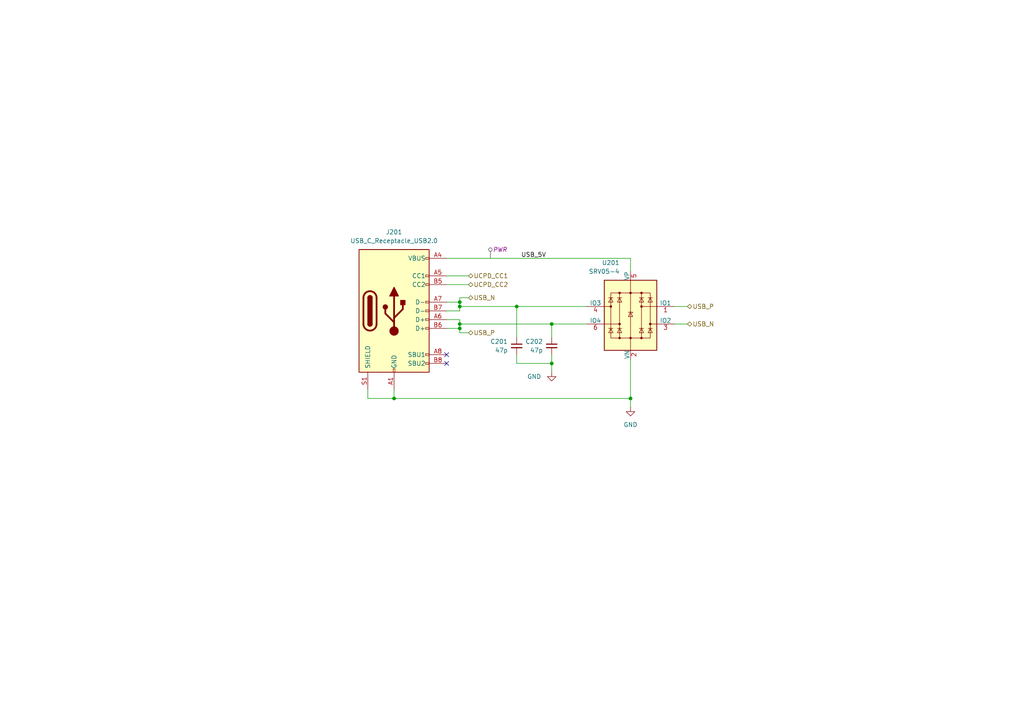
<source format=kicad_sch>
(kicad_sch (version 20250114) (generator "eeschema") (generator_version "9.0")
  (paper "A4")
  (title_block (title "USB & ESD") (date "2023-10-11") (rev "0.1") (company "matei repair lab"))
  (lib_symbols
    (symbol "Connector:USB_C_Receptacle_USB2.0" (pin_names (offset 1.016))
      (property "Reference" "J" (at -10.16 19.05 0))
      (property "Value" "USB_C_Receptacle_USB2.0" (at 19.05 19.05 0))
      (symbol "USB_C_Receptacle_USB2.0_0_0"
        (rectangle (start -0.254 -17.78) (end 0.254 -16.764))
        (rectangle (start 10.16 15.494) (end 9.144 14.986))
        (rectangle (start 10.16 10.414) (end 9.144 9.906))
        (rectangle (start 10.16 7.874) (end 9.144 7.366))
        (rectangle (start 10.16 2.794) (end 9.144 2.286))
        (rectangle (start 10.16 0.254) (end 9.144 -0.254))
        (rectangle (start 10.16 -2.286) (end 9.144 -2.794))
        (rectangle (start 10.16 -4.826) (end 9.144 -5.334))
        (rectangle (start 10.16 -12.446) (end 9.144 -12.954))
        (rectangle (start 10.16 -14.986) (end 9.144 -15.494))
      )
      (symbol "USB_C_Receptacle_USB2.0_0_1"
        (rectangle (start -10.16 17.78) (end 10.16 -17.78) (stroke (width 0.254)) (fill (type background)))
        (polyline (pts (xy -8.89 -3.81) (xy -8.89 3.81)) (stroke (width 0.508)))
        (rectangle (start -7.62 -3.81) (end -6.35 3.81) (stroke (width 0.254)) (fill (type outline)))
        (arc (start -7.62 3.81) (mid -6.985 4.4423) (end -6.35 3.81) (stroke (width 0.254)))
        (arc (start -7.62 3.81) (mid -6.985 4.4423) (end -6.35 3.81) (stroke (width 0.254)) (fill (type outline)))
        (arc (start -8.89 3.81) (mid -6.985 5.7067) (end -5.08 3.81) (stroke (width 0.508)))
        (arc (start -5.08 -3.81) (mid -6.985 -5.7067) (end -8.89 -3.81) (stroke (width 0.508)))
        (arc (start -6.35 -3.81) (mid -6.985 -4.4423) (end -7.62 -3.81) (stroke (width 0.254)))
        (arc (start -6.35 -3.81) (mid -6.985 -4.4423) (end -7.62 -3.81) (stroke (width 0.254)) (fill (type outline)))
        (polyline (pts (xy -5.08 3.81) (xy -5.08 -3.81)) (stroke (width 0.508)))
        (circle (center -2.54 1.143) (radius 0.635) (stroke (width 0.254)) (fill (type outline)))
        (polyline (pts (xy -1.27 4.318) (xy 0 6.858) (xy 1.27 4.318) (xy -1.27 4.318)) (stroke (width 0.254)) (fill (type outline)))
        (polyline (pts (xy 0 -2.032) (xy 2.54 0.508) (xy 2.54 1.778)) (stroke (width 0.508)))
        (polyline (pts (xy 0 -3.302) (xy -2.54 -0.762) (xy -2.54 0.508)) (stroke (width 0.508)))
        (polyline (pts (xy 0 -5.842) (xy 0 4.318)) (stroke (width 0.508)))
        (circle (center 0 -5.842) (radius 1.27) (fill (type outline)))
        (rectangle (start 1.905 1.778) (end 3.175 3.048) (stroke (width 0.254)) (fill (type outline)))
      )
      (symbol "USB_C_Receptacle_USB2.0_1_1"
        (pin passive line (at -7.62 -22.86 90) (length 5.08) (name "SHIELD") (number "S1"))
        (pin passive line (at 0 -22.86 90) (length 5.08) (name "GND") (number "A1"))
        (pin passive line (at 0 -22.86 90) (length 5.08) (hide yes) (name "GND") (number "A12"))
        (pin passive line (at 0 -22.86 90) (length 5.08) (hide yes) (name "GND") (number "B1"))
        (pin passive line (at 0 -22.86 90) (length 5.08) (hide yes) (name "GND") (number "B12"))
        (pin passive line (at 15.24 15.24 180) (length 5.08) (name "VBUS") (number "A4"))
        (pin passive line (at 15.24 15.24 180) (length 5.08) (hide yes) (name "VBUS") (number "A9"))
        (pin passive line (at 15.24 15.24 180) (length 5.08) (hide yes) (name "VBUS") (number "B4"))
        (pin passive line (at 15.24 15.24 180) (length 5.08) (hide yes) (name "VBUS") (number "B9"))
        (pin bidirectional line (at 15.24 10.16 180) (length 5.08) (name "CC1") (number "A5"))
        (pin bidirectional line (at 15.24 7.62 180) (length 5.08) (name "CC2") (number "B5"))
        (pin bidirectional line (at 15.24 2.54 180) (length 5.08) (name "D-") (number "A7"))
        (pin bidirectional line (at 15.24 0 180) (length 5.08) (name "D-") (number "B7"))
        (pin bidirectional line (at 15.24 -2.54 180) (length 5.08) (name "D+") (number "A6"))
        (pin bidirectional line (at 15.24 -5.08 180) (length 5.08) (name "D+") (number "B6"))
        (pin bidirectional line (at 15.24 -12.7 180) (length 5.08) (name "SBU1") (number "A8"))
        (pin bidirectional line (at 15.24 -15.24 180) (length 5.08) (name "SBU2") (number "B8"))
      )
    )
    (symbol "Device:C_Small" (pin_numbers (hide yes)) (pin_names (offset 0.254) (hide yes))
      (property "Reference" "C" (at 0.254 1.778 0))
      (property "Value" "C_Small" (at 0.254 -2.032 0))
      (symbol "C_Small_0_1"
        (polyline (pts (xy -1.524 0.508) (xy 1.524 0.508)) (stroke (width 0.3048)))
        (polyline (pts (xy -1.524 -0.508) (xy 1.524 -0.508)) (stroke (width 0.3302)))
      )
      (symbol "C_Small_1_1"
        (pin passive line (at 0 2.54 270) (length 2.032) (name "~") (number "1"))
        (pin passive line (at 0 -2.54 90) (length 2.032) (name "~") (number "2"))
      )
    )
    (symbol "Power_Protection:SRV05-4" (pin_names (offset 0))
      (property "Reference" "U" (at -5.08 11.43 0))
      (property "Value" "SRV05-4" (at 2.54 11.43 0))
      (symbol "SRV05-4_0_0"
        (rectangle (start -5.715 6.477) (end 5.715 -6.604))
        (polyline (pts (xy -3.175 -6.604) (xy -3.175 6.477)))
        (polyline (pts (xy 3.175 6.477) (xy 3.175 -6.604)))
      )
      (symbol "SRV05-4_0_1"
        (polyline (pts (xy -7.747 2.54) (xy -3.175 2.54)))
        (rectangle (start -7.62 10.16) (end 7.62 -10.16) (stroke (width 0.254)) (fill (type background)))
        (polyline (pts (xy -7.62 -2.54) (xy -5.715 -2.54)))
        (circle (center -5.715 -2.54) (radius 0.2794) (fill (type outline)))
        (polyline (pts (xy -5.08 5.08) (xy -6.35 5.08)))
        (polyline (pts (xy -5.08 3.81) (xy -6.35 3.81) (xy -5.715 5.08) (xy -5.08 3.81)))
        (polyline (pts (xy -5.08 -3.81) (xy -6.35 -3.81)))
        (polyline (pts (xy -5.08 -5.08) (xy -6.35 -5.08) (xy -5.715 -3.81) (xy -5.08 -5.08)))
        (circle (center -3.175 6.477) (radius 0.2794) (fill (type outline)))
        (circle (center -3.175 2.54) (radius 0.2794) (fill (type outline)))
        (circle (center -3.175 -6.604) (radius 0.2794) (fill (type outline)))
        (polyline (pts (xy -2.54 5.08) (xy -3.81 5.08)))
        (polyline (pts (xy -2.54 3.81) (xy -3.81 3.81) (xy -3.175 5.08) (xy -2.54 3.81)))
        (polyline (pts (xy -2.54 -3.81) (xy -3.81 -3.81)))
        (polyline (pts (xy -2.54 -5.08) (xy -3.81 -5.08) (xy -3.175 -3.81) (xy -2.54 -5.08)))
        (polyline (pts (xy 0 10.16) (xy 0 -10.16)))
        (circle (center 0 6.477) (radius 0.2794) (fill (type outline)))
        (circle (center 0 -6.604) (radius 0.2794) (fill (type outline)))
        (polyline (pts (xy 0.635 0.889) (xy -0.635 0.889) (xy -0.635 0.635)))
        (polyline (pts (xy 0.635 -0.381) (xy -0.635 -0.381) (xy 0 0.889) (xy 0.635 -0.381)))
        (circle (center 3.175 6.477) (radius 0.2794) (fill (type outline)))
        (circle (center 3.175 -2.54) (radius 0.2794) (fill (type outline)))
        (circle (center 3.175 -6.604) (radius 0.2794) (fill (type outline)))
        (polyline (pts (xy 3.81 5.08) (xy 2.54 5.08)))
        (polyline (pts (xy 3.81 3.81) (xy 2.54 3.81) (xy 3.175 5.08) (xy 3.81 3.81)))
        (polyline (pts (xy 3.81 -3.81) (xy 2.54 -3.81)))
        (polyline (pts (xy 3.81 -5.08) (xy 2.54 -5.08) (xy 3.175 -3.81) (xy 3.81 -5.08)))
        (circle (center 5.715 2.54) (radius 0.2794) (fill (type outline)))
        (polyline (pts (xy 6.35 5.08) (xy 5.08 5.08)))
        (polyline (pts (xy 6.35 3.81) (xy 5.08 3.81) (xy 5.715 5.08) (xy 6.35 3.81)))
        (polyline (pts (xy 6.35 -3.81) (xy 5.08 -3.81)))
        (polyline (pts (xy 6.35 -5.08) (xy 5.08 -5.08) (xy 5.715 -3.81) (xy 6.35 -5.08)))
        (polyline (pts (xy 7.62 2.54) (xy 5.715 2.54)))
        (polyline (pts (xy 7.62 -2.54) (xy 3.175 -2.54)))
      )
      (symbol "SRV05-4_1_1"
        (pin passive line (at -12.7 2.54 0) (length 5.08) (name "IO1") (number "1"))
        (pin passive line (at -12.7 -2.54 0) (length 5.08) (name "IO2") (number "3"))
        (pin passive line (at 0 12.7 270) (length 2.54) (name "VP") (number "5"))
        (pin passive line (at 0 -12.7 90) (length 2.54) (name "VN") (number "2"))
        (pin passive line (at 12.7 2.54 180) (length 5.08) (name "IO3") (number "4"))
        (pin passive line (at 12.7 -2.54 180) (length 5.08) (name "IO4") (number "6"))
      )
    )
    (symbol "power:GND" (power) (pin_names (offset 0))
      (property "Value" "GND" (at 0 -3.81 0))
      (symbol "GND_0_1"
        (polyline (pts (xy 0 0) (xy 0 -1.27) (xy 1.27 -1.27) (xy 0 -2.54) (xy -1.27 -1.27) (xy 0 -1.27)))
      )
      (symbol "GND_1_1"
        (pin power_in line (at 0 0 270) (length 0) (hide yes) (name "GND") (number "1"))
      )
    )
  )
  (junction (at 133.35 88.9))
  (junction (at 182.88 115.57))
  (junction (at 133.35 87.63))
  (junction (at 133.35 95.25))
  (junction (at 160.02 93.98))
  (junction (at 160.02 105.41))
  (junction (at 149.86 88.9))
  (junction (at 114.3 115.57))
  (junction (at 133.35 93.98))
  (no_connect (at 129.54 105.41))
  (no_connect (at 129.54 102.87))
  (wire (pts (xy 182.88 74.93) (xy 182.88 78.74)))
  (wire (pts (xy 182.88 115.57) (xy 182.88 104.14)))
  (wire (pts (xy 129.54 87.63) (xy 133.35 87.63)))
  (wire (pts (xy 133.35 92.71) (xy 133.35 93.98)))
  (wire (pts (xy 106.68 115.57) (xy 114.3 115.57)))
  (wire (pts (xy 149.86 88.9) (xy 170.18 88.9)))
  (wire (pts (xy 135.89 96.52) (xy 133.35 96.52)))
  (wire (pts (xy 149.86 105.41) (xy 160.02 105.41)))
  (wire (pts (xy 129.54 74.93) (xy 182.88 74.93)))
  (wire (pts (xy 149.86 88.9) (xy 149.86 97.79)))
  (wire (pts (xy 133.35 93.98) (xy 133.35 95.25)))
  (wire (pts (xy 182.88 115.57) (xy 182.88 118.11)))
  (wire (pts (xy 149.86 102.87) (xy 149.86 105.41)))
  (wire (pts (xy 129.54 80.01) (xy 135.89 80.01)))
  (wire (pts (xy 160.02 102.87) (xy 160.02 105.41)))
  (wire (pts (xy 133.35 86.36) (xy 133.35 87.63)))
  (wire (pts (xy 106.68 113.03) (xy 106.68 115.57)))
  (wire (pts (xy 114.3 113.03) (xy 114.3 115.57)))
  (wire (pts (xy 160.02 105.41) (xy 160.02 107.95)))
  (wire (pts (xy 160.02 93.98) (xy 170.18 93.98)))
  (wire (pts (xy 160.02 93.98) (xy 160.02 97.79)))
  (wire (pts (xy 133.35 90.17) (xy 129.54 90.17)))
  (wire (pts (xy 195.58 93.98) (xy 199.39 93.98)))
  (wire (pts (xy 133.35 93.98) (xy 160.02 93.98)))
  (wire (pts (xy 129.54 92.71) (xy 133.35 92.71)))
  (wire (pts (xy 133.35 96.52) (xy 133.35 95.25)))
  (wire (pts (xy 129.54 82.55) (xy 135.89 82.55)))
  (wire (pts (xy 133.35 95.25) (xy 129.54 95.25)))
  (wire (pts (xy 135.89 86.36) (xy 133.35 86.36)))
  (wire (pts (xy 195.58 88.9) (xy 199.39 88.9)))
  (wire (pts (xy 114.3 115.57) (xy 182.88 115.57)))
  (wire (pts (xy 133.35 87.63) (xy 133.35 88.9)))
  (wire (pts (xy 133.35 88.9) (xy 133.35 90.17)))
  (wire (pts (xy 133.35 88.9) (xy 149.86 88.9)))
  (label "USB_5V" (at 151.13 74.93 0))
  (hierarchical_label "USB_P" (shape bidirectional) (at 199.39 88.9 0))
  (hierarchical_label "USB_N" (shape bidirectional) (at 135.89 86.36 0))
  (hierarchical_label "UCPD_CC2" (shape bidirectional) (at 135.89 82.55 0))
  (hierarchical_label "USB_P" (shape bidirectional) (at 135.89 96.52 0))
  (hierarchical_label "USB_N" (shape bidirectional) (at 199.39 93.98 0))
  (hierarchical_label "UCPD_CC1" (shape bidirectional) (at 135.89 80.01 0))
  (netclass_flag "" (length 2.54) (shape round) (at 142.24 74.93 0) (property "Netclass" "PWR" (at 142.9385 72.39 0) (effects (font (italic yes)) (justify left))))
  (symbol (lib_id "Power_Protection:SRV05-4") (at 182.88 91.44 0) (mirror y) (unit 1)
    (property "Reference" "U201" (at 179.7303 76.2 0) (effects (justify left)))
    (property "Value" "SRV05-4" (at 179.7303 78.74 0) (effects (justify left)))
    (property "Footprint" "Package_TO_SOT_SMD:SOT-23-6" (effects (hide yes)))
    (property "Datasheet" "http://www.onsemi.com/pub/Collateral/SRV05-4-D.PDF" (effects (hide yes)))
    (property "LCSC ID" "C7420376" (effects (hide yes)))
    (instances (project "lemon-pepper" (path "" (reference "U201") (unit 1))) (project "stm32g431-mt6701-stspin233" (path "" (reference "U601") (unit 1))))
  )
  (symbol (lib_id "Connector:USB_C_Receptacle_USB2.0") (at 114.3 90.17 0) (unit 1)
    (property "Reference" "J201" (at 114.3 67.31 0))
    (property "Value" "USB_C_Receptacle_USB2.0" (at 114.3 69.85 0))
    (property "Footprint" "mechanical:usb_c" (effects (hide yes)))
    (property "Datasheet" "https://www.usb.org/sites/default/files/documents/usb_type-c.zip" (effects (hide yes)))
    (property "LCSC ID" "C963223" (effects (hide yes)))
    (instances (project "lemon-pepper" (path "" (reference "J201") (unit 1))) (project "stm32g431-mt6701-stspin233" (path "" (reference "J601") (unit 1))))
  )
  (symbol (lib_id "Device:C_Small") (at 160.02 100.33 0) (unit 1)
    (property "Reference" "C202" (at 157.48 99.0663 0) (effects (justify right)))
    (property "Value" "47p" (at 157.48 101.6063 0) (effects (justify right)))
    (property "Footprint" "Capacitor_SMD:C_0402_1005Metric" (effects (hide yes)))
    (property "LCSC ID" "C1567" (effects (hide yes)))
    (instances (project "lemon-pepper" (path "" (reference "C202") (unit 1))) (project "stm32g431-mt6701-stspin233" (path "" (reference "C?") (unit 1)) (path "" (reference "C602") (unit 1))))
  )
  (symbol (lib_id "power:GND") (at 160.02 107.95 0) (mirror y) (unit 1)
    (property "Reference" "#PWR0201" (effects (hide yes)))
    (property "Value" "GND" (at 154.94 109.22 0))
    (instances (project "lemon-pepper" (path "" (reference "#PWR0201") (unit 1))) (project "stm32g431-mt6701-stspin233" (path "" (reference "#PWR?") (unit 1)) (path "" (reference "#PWR0215") (unit 1)) (path "" (reference "#PWR0602") (unit 1))))
  )
  (symbol (lib_id "Device:C_Small") (at 149.86 100.33 0) (unit 1)
    (property "Reference" "C201" (at 147.32 99.0663 0) (effects (justify right)))
    (property "Value" "47p" (at 147.32 101.6063 0) (effects (justify right)))
    (property "Footprint" "Capacitor_SMD:C_0402_1005Metric" (effects (hide yes)))
    (property "LCSC ID" "C1567" (effects (hide yes)))
    (instances (project "lemon-pepper" (path "" (reference "C201") (unit 1))) (project "stm32g431-mt6701-stspin233" (path "" (reference "C?") (unit 1)) (path "" (reference "C601") (unit 1))))
  )
  (symbol (lib_id "power:GND") (at 182.88 118.11 0) (unit 1)
    (property "Reference" "#PWR0203" (effects (hide yes)))
    (property "Value" "GND" (at 182.88 123.19 0))
    (instances (project "lemon-pepper" (path "" (reference "#PWR0203") (unit 1))) (project "stm32g431-mt6701-stspin233" (path "" (reference "#PWR0604") (unit 1))))
  )
)
</source>
